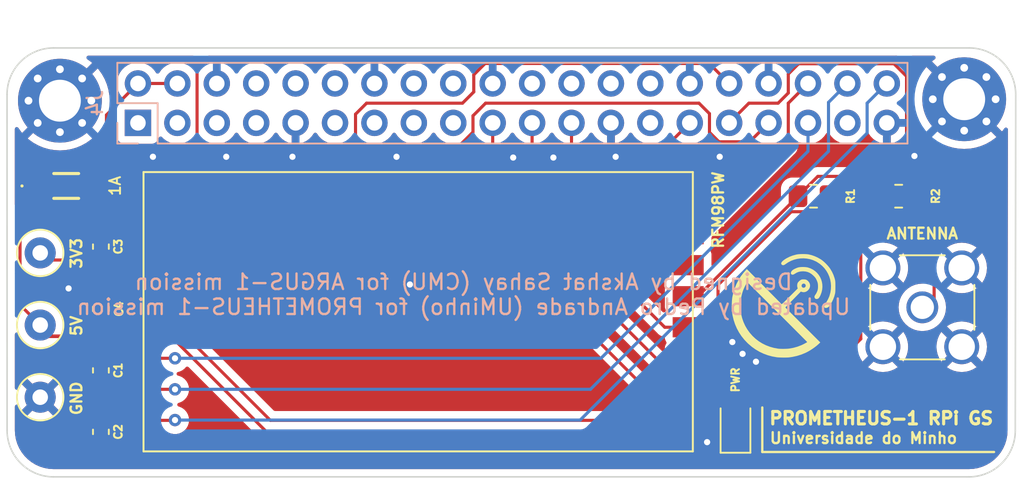
<source format=kicad_pcb>
(kicad_pcb (version 20221018) (generator pcbnew)
  (title_block (title "PROMETHEUS-1 Ground Station") (rev "v2.1"))
  (layers (0 "F.Cu" signal) (31 "B.Cu" signal) (34 "B.Paste" user) (35 "F.Paste" user) (36 "B.SilkS" user "B.Silkscreen") (37 "F.SilkS" user "F.Silkscreen") (38 "B.Mask" user) (39 "F.Mask" user) (44 "Edge.Cuts" user))
  (net 0 "")
  (net 1 "/5V")
  (net 2 "GND")
  (net 3 "+3V3")
  (net 4 "Net-(D1-A)")
  (net 5 "Net-(ERBRG3R00V1-Pad2)")
  (net 19 "/RF_MOSI")
  (net 20 "/RF_MISO")
  (net 22 "/RF_SCK")
  (net 27 "/RF_RESET")
  (net 28 "/RF_CS")
  (net 29 "/RF_DIO3")
  (net 30 "/RF_DIO4")
  (net 31 "/RF_DIO0")
  (net 32 "/RF_DIO5")
  (net 34 "/RF_DIO1")
  (net 35 "/RF_DIO2")
  (net 36 "/RF_ANT")
  (footprint "Capacitor_SMD:C_0603_1608Metric_Pad1.08x0.95mm_HandSolder" (layer "F.Cu") (at 120.2436 100.0749 90)
    (fp_text reference "C1" (at -0.0011 1.1176 90) (layer "F.SilkS") (effects (font (size 0.5 0.5) (thickness 0.125))))
    (fp_text value "10uF")
    (fp_line (start -0.146267 -0.51) (end 0.146267 -0.51) (stroke (width 0.12)) (layer "F.SilkS"))
    (fp_line (start -0.146267 0.51) (end 0.146267 0.51) (stroke (width 0.12)) (layer "F.SilkS"))
    (pad "1" smd roundrect (at -0.8625 0 90) (size 1.075 0.95) (layers "F.Cu" "F.Paste" "F.Mask") (net 1 "/5V"))
    (pad "2" smd roundrect (at 0.8625 0 90) (size 1.075 0.95) (layers "F.Cu" "F.Paste" "F.Mask") (net 2 "GND"))
  )
  (footprint ".MyLib:ERBRG4R00V" (layer "F.Cu") (at 118.0084 88.1888)
    (fp_text reference "1A" (at 3.1496 0 90) (layer "F.SilkS") (effects (font (size 0.7 0.7) (thickness 0.125))))
    (fp_text value "1A" hide)
    (fp_line (start -2.9 0) (end -2.9 0) (stroke (width 0.1)) (layer "F.SilkS"))
    (fp_line (start -2.8 0) (end -2.8 0) (stroke (width 0.1)) (layer "F.SilkS"))
    (fp_line (start -0.8 -0.8) (end 0.8 -0.8) (stroke (width 0.2)) (layer "F.SilkS"))
    (fp_line (start -0.8 0.8) (end 0.8 0.8) (stroke (width 0.2)) (layer "F.SilkS"))
    (fp_arc (start -2.9 0) (mid -2.85 -0.05) (end -2.8 0) (stroke (width 0.1)) (layer "F.SilkS"))
    (fp_arc (start -2.8 0) (mid -2.85 0.05) (end -2.9 0) (stroke (width 0.1)) (layer "F.SilkS"))
    (pad "1" smd rect (at -1.725 0) (size 1.25 1.5) (layers "F.Cu" "F.Paste" "F.Mask") (net 1 "/5V"))
    (pad "2" smd rect (at 1.725 0) (size 1.25 1.5) (layers "F.Cu" "F.Paste" "F.Mask") (net 5 "Net-(ERBRG3R00V1-Pad2)"))
  )
  (footprint "Connector_Coaxial:SMA_Amphenol_901-144_Vertical" (layer "F.Cu") (at 173.1772 96.012)
    (fp_text reference "ANTENNA" (at 0 -4.75) (layer "F.SilkS") (effects (font (size 0.7 0.7))))
    (fp_text value "Coax SMA")
    (fp_line (start -3.355 -1.45) (end -3.355 1.45) (stroke (width 0.12)) (layer "F.SilkS"))
    (fp_line (start -1.45 -3.355) (end 1.45 -3.355) (stroke (width 0.12)) (layer "F.SilkS"))
    (fp_line (start -1.45 3.355) (end 1.45 3.355) (stroke (width 0.12)) (layer "F.SilkS"))
    (fp_line (start 3.355 -1.45) (end 3.355 1.45) (stroke (width 0.12)) (layer "F.SilkS"))
    (pad "1" thru_hole circle (at 0 0) (size 2.05 2.05) (drill 1.5) (layers "*.Cu" "*.Mask") (net 36 "/RF_ANT"))
    (pad "2" thru_hole circle (at -2.54 -2.54) (size 2.25 2.25) (drill 1.7) (layers "*.Cu" "*.Mask") (net 2 "GND"))
    (pad "2" thru_hole circle (at -2.54 2.54) (size 2.25 2.25) (drill 1.7) (layers "*.Cu" "*.Mask") (net 2 "GND"))
    (pad "2" thru_hole circle (at 2.54 -2.54) (size 2.25 2.25) (drill 1.7) (layers "*.Cu" "*.Mask") (net 2 "GND"))
    (pad "2" thru_hole circle (at 2.54 2.54) (size 2.25 2.25) (drill 1.7) (layers "*.Cu" "*.Mask") (net 2 "GND"))
  )
  (footprint "LED_SMD:LED_0805_2012Metric_Pad1.15x1.40mm_HandSolder" (layer "F.Cu") (at 161.1376 103.5214 90)
    (fp_text reference "PWR" (at 2.8358 0 90) (layer "F.SilkS") (effects (font (size 0.5 0.5) (thickness 0.125))))
    (fp_text value "POW" hide)
    (fp_line (start -1.86 -0.96) (end -1.86 0.96) (stroke (width 0.12)) (layer "F.SilkS"))
    (fp_line (start -1.86 0.96) (end 1 0.96) (stroke (width 0.12)) (layer "F.SilkS"))
    (fp_line (start 1 -0.96) (end -1.86 -0.96) (stroke (width 0.12)) (layer "F.SilkS"))
    (pad "1" smd roundrect (at -1.025 0 90) (size 1.15 1.4) (layers "F.Cu" "F.Paste" "F.Mask") (roundrect_rratio 0.217391) (net 2 "GND"))
    (pad "2" smd roundrect (at 1.025 0 90) (size 1.15 1.4) (layers "F.Cu" "F.Paste" "F.Mask") (roundrect_rratio 0.217391) (net 4 "Net-(D1-A)"))
  )
  (footprint "TestPoint:TestPoint_Loop_D2.50mm_Drill1.0mm" (layer "F.Cu") (at 116.332 92.5032)
    (fp_text reference "3V3" (at 2.3368 0.0272 90) (layer "F.SilkS") (effects (font (size 0.7 0.7))))
    (fp_text value "3.3V")
    (fp_circle (center 0 0) (end 1.5 0) (stroke (width 0.12)) (fill none) (layer "F.SilkS"))
    (pad "1" thru_hole circle (at 0 0) (size 2 2) (drill 1) (layers "*.Cu" "*.Mask") (net 3 "+3V3"))
  )
  (footprint "Capacitor_SMD:C_0603_1608Metric_Pad1.08x0.95mm_HandSolder" (layer "F.Cu") (at 120.2436 96.1136 -90)
    (fp_text reference "C4" (at 0.0011 -1.1684 90) (layer "F.SilkS") (effects (font (size 0.5 0.5) (thickness 0.125))))
    (fp_text value "0.1uF")
    (fp_line (start -0.146267 -0.51) (end 0.146267 -0.51) (stroke (width 0.12)) (layer "F.SilkS"))
    (fp_line (start -0.146267 0.51) (end 0.146267 0.51) (stroke (width 0.12)) (layer "F.SilkS"))
    (pad "1" smd roundrect (at -0.8625 0 270) (size 1.075 0.95) (layers "F.Cu" "F.Paste" "F.Mask") (net 3 "+3V3"))
    (pad "2" smd roundrect (at 0.8625 0 270) (size 1.075 0.95) (layers "F.Cu" "F.Paste" "F.Mask") (net 2 "GND"))
  )
  (footprint "Capacitor_SMD:C_0603_1608Metric_Pad1.08x0.95mm_HandSolder" (layer "F.Cu") (at 120.2436 92.0993 90)
    (fp_text reference "C3" (at 0 1.1176 90) (layer "F.SilkS") (effects (font (size 0.5 0.5) (thickness 0.125))))
    (fp_text value "10uF")
    (fp_line (start -0.146267 -0.51) (end 0.146267 -0.51) (stroke (width 0.12)) (layer "F.SilkS"))
    (fp_line (start -0.146267 0.51) (end 0.146267 0.51) (stroke (width 0.12)) (layer "F.SilkS"))
    (pad "1" smd roundrect (at -0.8625 0 90) (size 1.075 0.95) (layers "F.Cu" "F.Paste" "F.Mask") (net 3 "+3V3"))
    (pad "2" smd roundrect (at 0.8625 0 90) (size 1.075 0.95) (layers "F.Cu" "F.Paste" "F.Mask") (net 2 "GND"))
  )
  (footprint "MountingHole:MountingHole_2.7mm_M2.5_Pad_Via" (layer "F.Cu") (at 175.8766 82.6008)
    (fp_text reference "H2" hide)
    (fp_text value "M")
    (pad "1" thru_hole circle (at -2.025 0) (size 0.8 0.8) (drill 0.5) (layers "*.Cu" "*.Mask") (net 2 "GND"))
    (pad "1" thru_hole circle (at -1.431891 -1.431891) (size 0.8 0.8) (drill 0.5) (layers "*.Cu" "*.Mask") (net 2 "GND"))
    (pad "1" thru_hole circle (at -1.431891 1.431891) (size 0.8 0.8) (drill 0.5) (layers "*.Cu" "*.Mask") (net 2 "GND"))
    (pad "1" thru_hole circle (at 0 -2.025) (size 0.8 0.8) (drill 0.5) (layers "*.Cu" "*.Mask") (net 2 "GND"))
    (pad "1" thru_hole circle (at 0 0) (size 5.4 5.4) (drill 2.7) (layers "*.Cu" "*.Mask") (net 2 "GND"))
    (pad "1" thru_hole circle (at 0 2.025) (size 0.8 0.8) (drill 0.5) (layers "*.Cu" "*.Mask") (net 2 "GND"))
    (pad "1" thru_hole circle (at 1.431891 -1.431891) (size 0.8 0.8) (drill 0.5) (layers "*.Cu" "*.Mask") (net 2 "GND"))
    (pad "1" thru_hole circle (at 1.431891 1.431891) (size 0.8 0.8) (drill 0.5) (layers "*.Cu" "*.Mask") (net 2 "GND"))
    (pad "1" thru_hole circle (at 2.025 0) (size 0.8 0.8) (drill 0.5) (layers "*.Cu" "*.Mask") (net 2 "GND"))
  )
  (footprint "MountingHole:MountingHole_2.7mm_M2.5_Pad_Via" (layer "F.Cu") (at 117.602 82.6954)
    (fp_text reference "H1" hide)
    (fp_text value "M")
    (pad "1" thru_hole circle (at -2.025 0) (size 0.8 0.8) (drill 0.5) (layers "*.Cu" "*.Mask") (net 2 "GND"))
    (pad "1" thru_hole circle (at -1.431891 -1.431891) (size 0.8 0.8) (drill 0.5) (layers "*.Cu" "*.Mask") (net 2 "GND"))
    (pad "1" thru_hole circle (at -1.431891 1.431891) (size 0.8 0.8) (drill 0.5) (layers "*.Cu" "*.Mask") (net 2 "GND"))
    (pad "1" thru_hole circle (at 0 -2.025) (size 0.8 0.8) (drill 0.5) (layers "*.Cu" "*.Mask") (net 2 "GND"))
    (pad "1" thru_hole circle (at 0 0) (size 5.4 5.4) (drill 2.7) (layers "*.Cu" "*.Mask") (net 2 "GND"))
    (pad "1" thru_hole circle (at 0 2.025) (size 0.8 0.8) (drill 0.5) (layers "*.Cu" "*.Mask") (net 2 "GND"))
    (pad "1" thru_hole circle (at 1.431891 -1.431891) (size 0.8 0.8) (drill 0.5) (layers "*.Cu" "*.Mask") (net 2 "GND"))
    (pad "1" thru_hole circle (at 1.431891 1.431891) (size 0.8 0.8) (drill 0.5) (layers "*.Cu" "*.Mask") (net 2 "GND"))
    (pad "1" thru_hole circle (at 2.025 0) (size 0.8 0.8) (drill 0.5) (layers "*.Cu" "*.Mask") (net 2 "GND"))
  )
  (footprint "Resistor_SMD:R_0805_2012Metric_Pad1.20x1.40mm_HandSolder" (layer "F.Cu") (at 171.6532 88.8492)
    (fp_text reference "R2" (at 2.3876 0 90) (layer "F.SilkS") (effects (font (size 0.5 0.5) (thickness 0.125))))
    (fp_text value "200")
    (fp_line (start -0.227064 -0.735) (end 0.227064 -0.735) (stroke (width 0.12)) (layer "F.SilkS"))
    (fp_line (start -0.227064 0.735) (end 0.227064 0.735) (stroke (width 0.12)) (layer "F.SilkS"))
    (pad "1" smd roundrect (at -1 0) (size 1.2 1.4) (layers "F.Cu" "F.Paste" "F.Mask") (roundrect_rratio 0.208333) (net 4 "Net-(D1-A)"))
    (pad "2" smd roundrect (at 1 0) (size 1.2 1.4) (layers "F.Cu" "F.Paste" "F.Mask") (roundrect_rratio 0.208333) (net 1 "/5V"))
  )
  (footprint "TestPoint:TestPoint_Loop_D2.50mm_Drill1.0mm" (layer "F.Cu") (at 116.332 101.8032)
    (fp_text reference "GND" (at 2.3368 0.0744 90) (layer "F.SilkS") (effects (font (size 0.7 0.7))))
    (fp_text value "GND")
    (fp_circle (center 0 0) (end 1.5 0) (stroke (width 0.12)) (fill none) (layer "F.SilkS"))
    (pad "1" thru_hole circle (at 0 0) (size 2 2) (drill 1) (layers "*.Cu" "*.Mask") (net 2 "GND"))
  )
  (footprint "Resistor_SMD:R_0805_2012Metric_Pad1.20x1.40mm_HandSolder" (layer "F.Cu") (at 166.1668 88.8492)
    (fp_text reference "R1" (at 2.3876 0 90) (layer "F.SilkS") (effects (font (size 0.5 0.5) (thickness 0.125))))
    (fp_text value "10K")
    (fp_line (start -0.227064 -0.735) (end 0.227064 -0.735) (stroke (width 0.12)) (layer "F.SilkS"))
    (fp_line (start -0.227064 0.735) (end 0.227064 0.735) (stroke (width 0.12)) (layer "F.SilkS"))
    (pad "1" smd roundrect (at -1 0) (size 1.2 1.4) (layers "F.Cu" "F.Paste" "F.Mask") (roundrect_rratio 0.208333) (net 28 "/RF_CS"))
    (pad "2" smd roundrect (at 1 0) (size 1.2 1.4) (layers "F.Cu" "F.Paste" "F.Mask") (roundrect_rratio 0.208333) (net 3 "+3V3"))
  )
  (footprint "LOGO" (layer "F.Cu") (at 164.2364 95.9104)
    (fp_text reference "G***" hide)
    (fp_text value "LOGO" hide)
    (fp_poly (pts (xy 1.344498 -2.496343) (xy 1.445478 -2.488285) (xy 1.532761 -2.475019) (xy 1.565485 -2.467376) (xy 1.73642 -2.408782) (xy 1.892374 -2.330214) (xy 2.032539 -2.233603) (xy 2.156106 -2.120881) (xy 2.262266 -1.993981) (xy 2.350212 -1.854834) (xy 2.419134 -1.705372) (xy 2.468225 -1.547529) (xy 2.496674 -1.383234) (xy 2.503674 -1.214422) (xy 2.488417 -1.043024) (xy 2.450093 -0.870971) (xy 2.387894 -0.700197) (xy 2.34356 -0.608172) (xy 2.312759 -0.555239) (xy 2.280482 -0.509011) (xy 2.252214 -0.477178) (xy 2.24704 -0.472842) (xy 2.19628 -0.44627) (xy 2.13869 -0.434745) (xy 2.084296 -0.439522) (xy 2.059676 -0.449381) (xy 2.031543 -0.474007) (xy 2.006251 -0.509796) (xy 2.002729 -0.516701) (xy 1.988922 -0.570775) (xy 1.998629 -0.627557) (xy 2.032402 -0.689334) (xy 2.049906 -0.712431) (xy 2.087713 -0.768054) (xy 2.126677 -0.840099) (xy 2.162464 -0.919481) (xy 2.19074 -0.997113) (xy 2.198568 -1.024089) (xy 2.211497 -1.095349) (xy 2.218403 -1.182837) (xy 2.21927 -1.277394) (xy 2.214084 -1.369857) (xy 2.20283 -1.451066) (xy 2.199276 -1.467643) (xy 2.183671 -1.520486) (xy 2.159688 -1.58566) (xy 2.131377 -1.652553) (xy 2.117077 -1.682897) (xy 2.087751 -1.739698) (xy 2.059449 -1.786216) (xy 2.026961 -1.82941) (xy 1.985077 -1.876241) (xy 1.931507 -1.930766) (xy 1.813511 -2.03512) (xy 1.69306 -2.114795) (xy 1.566871 -2.171188) (xy 1.431661 -2.205699) (xy 1.284147 -2.219726) (xy 1.252197 -2.220199) (xy 1.109958 -2.212214) (xy 0.981778 -2.186199) (xy 0.861135 -2.140156) (xy 0.741505 -2.072087) (xy 0.719019 -2.056958) (xy 0.647614 -2.01665) (xy 0.585834 -2.000587) (xy 0.533663 -2.008769) (xy 0.491088 -2.041194) (xy 0.486367 -2.047047) (xy 0.469557 -2.089022) (xy 0.472584 -2.140196) (xy 0.493461 -2.195469) (xy 0.5302 -2.249741) (xy 0.580813 -2.297915) (xy 0.585577 -2.301482) (xy 0.652777 -2.344474) (xy 0.735976 -2.388271) (xy 0.825609 -2.428452) (xy 0.912113 -2.460598) (xy 0.960263 -2.474626) (xy 1.037704 -2.488335) (xy 1.132778 -2.496462) (xy 1.237654 -2.4991)) (fill solid) (layer "F.SilkS"))
    (fp_poly (pts (xy 1.374164 -3.330831) (xy 1.479229 -3.325302) (xy 1.570222 -3.316487) (xy 1.617668 -3.309181) (xy 1.811684 -3.261852) (xy 2.008802 -3.192634) (xy 2.202925 -3.104058) (xy 2.387959 -2.998651) (xy 2.427053 -2.973315) (xy 2.518662 -2.905778) (xy 2.617841 -2.820961) (xy 2.719268 -2.724268) (xy 2.817624 -2.621103) (xy 2.907587 -2.516869) (xy 2.983836 -2.416972) (xy 3.004388 -2.386929) (xy 3.122042 -2.189421) (xy 3.216053 -1.986681) (xy 3.288869 -1.773099) (xy 3.314311 -1.676374) (xy 3.322255 -1.640187) (xy 3.328378 -1.602918) (xy 3.332904 -1.560569) (xy 3.336062 -1.509143) (xy 3.338077 -1.44464) (xy 3.339177 -1.363064) (xy 3.339588 -1.260416) (xy 3.33961 -1.230412) (xy 3.339161 -1.109976) (xy 3.337645 -1.01234) (xy 3.334913 -0.93423) (xy 3.33082 -0.87237) (xy 3.325216 -0.823486) (xy 3.319937 -0.79338) (xy 3.270837 -0.608179) (xy 3.20113 -0.421203) (xy 3.11436 -0.240554) (xy 3.01407 -0.074329) (xy 2.990399 -0.040297) (xy 2.948427 0.016679) (xy 2.915385 0.056348) (xy 2.886427 0.08356) (xy 2.856707 0.103169) (xy 2.837442 0.112862) (xy 2.764157 0.137852) (xy 2.701271 0.139452) (xy 2.665515 0.127995) (xy 2.640072 0.10621) (xy 2.621254 0.076019) (xy 2.612893 0.035558) (xy 2.620618 -0.010738) (xy 2.645626 -0.066153) (xy 2.689111 -0.133969) (xy 2.706502 -0.157985) (xy 2.768616 -0.250568) (xy 2.831137 -0.359011) (xy 2.889054 -0.473651) (xy 2.937352 -0.584828) (xy 2.959653 -0.645922) (xy 3.017049 -0.85754) (xy 3.049456 -1.069515) (xy 3.057575 -1.280074) (xy 3.042106 -1.487445) (xy 3.00375 -1.689857) (xy 2.943207 -1.885537) (xy 2.861179 -2.072714) (xy 2.758365 -2.249614) (xy 2.635467 -2.414467) (xy 2.493186 -2.5655) (xy 2.332221 -2.700941) (xy 2.153274 -2.819018) (xy 2.085644 -2.856378) (xy 1.89683 -2.94121) (xy 1.699364 -3.00275) (xy 1.49591 -3.041213) (xy 1.289129 -3.056816) (xy 1.081684 -3.049776) (xy 0.876237 -3.020309) (xy 0.675452 -2.968633) (xy 0.481989 -2.894963) (xy 0.298513 -2.799517) (xy 0.148862 -2.698767) (xy 0.076234 -2.649239) (xy 0.015685 -2.620646) (xy -0.035748 -2.612608) (xy -0.08103 -2.624743) (xy -0.123126 -2.656669) (xy -0.129205 -2.662986) (xy -0.152707 -2.70499) (xy -0.15152 -2.753325) (xy -0.126115 -2.807413) (xy -0.076964 -2.866674) (xy -0.004536 -2.930529) (xy 0.090697 -2.998401) (xy 0.195907 -3.062665) (xy 0.385397 -3.158898) (xy 0.58541 -3.23558) (xy 0.800373 -3.294328) (xy 0.870823 -3.309168) (xy 0.946362 -3.320074) (xy 1.041125 -3.327693) (xy 1.148452 -3.332026) (xy 1.261685 -3.333072)) (fill solid) (layer "F.SilkS"))
    (fp_poly (pts (xy -1.793611 -1.785953) (xy -1.670054 -1.661306) (xy -1.534083 -1.524164) (xy -1.389991 -1.378857) (xy -1.242073 -1.229713) (xy -1.094621 -1.081061) (xy -0.95193 -0.937231) (xy -0.818294 -0.80255) (xy -0.698005 -0.681349) (xy -0.679405 -0.662611) (xy -0.581196 -0.563574) (xy -0.488384 -0.469783) (xy -0.402619 -0.382919) (xy -0.325552 -0.304661) (xy -0.258831 -0.236691) (xy -0.204107 -0.180688) (xy -0.163029 -0.138333) (xy -0.137247 -0.111305) (xy -0.128513 -0.101522) (xy -0.118957 -0.104577) (xy -0.095306 -0.12266) (xy -0.057006 -0.156297) (xy -0.003501 -0.206014) (xy 0.065763 -0.272338) (xy 0.151342 -0.355794) (xy 0.25379 -0.456909) (xy 0.373664 -0.576209) (xy 0.397837 -0.600357) (xy 0.913666 -1.115916) (xy 0.892427 -1.178248) (xy 0.878535 -1.245721) (xy 0.877359 -1.289521) (xy 1.161068 -1.289521) (xy 1.172133 -1.235772) (xy 1.201635 -1.194719) (xy 1.244037 -1.168769) (xy 1.293798 -1.160327) (xy 1.34538 -1.171801) (xy 1.380885 -1.194036) (xy 1.417992 -1.239398) (xy 1.429924 -1.291501) (xy 1.417227 -1.348014) (xy 1.386534 -1.39433) (xy 1.345122 -1.421239) (xy 1.298268 -1.429945) (xy 1.25125 -1.421653) (xy 1.209344 -1.397568) (xy 1.177829 -1.358896) (xy 1.16198 -1.30684) (xy 1.161068 -1.289521) (xy 0.877359 -1.289521) (xy 0.87645 -1.323385) (xy 0.885609 -1.400042) (xy 0.905452 -1.464491) (xy 0.906931 -1.467643) (xy 0.940245 -1.519126) (xy 0.989624 -1.574108) (xy 1.047406 -1.625229) (xy 1.105933 -1.665126) (xy 1.120331 -1.672753) (xy 1.156835 -1.688131) (xy 1.194944 -1.697214) (xy 1.243241 -1.701426) (xy 1.298048 -1.702242) (xy 1.38107 -1.697839) (xy 1.447513 -1.682627) (xy 1.505731 -1.653068) (xy 1.564073 -1.605619) (xy 1.59278 -1.577296) (xy 1.655342 -1.496074) (xy 1.69426 -1.407398) (xy 1.709701 -1.314474) (xy 1.701836 -1.22051) (xy 1.670832 -1.128714) (xy 1.616859 -1.042293) (xy 1.561491 -0.98301) (xy 1.478115 -0.922269) (xy 1.388332 -0.885297) (xy 1.294984 -0.872751) (xy 1.200913 -0.885286) (xy 1.174114 -0.893632) (xy 1.140102 -0.905365) (xy 1.118394 -0.91235) (xy 1.11489 -0.9132) (xy 1.10534 -0.904139) (xy 1.079244 -0.878084) (xy 1.038267 -0.836728) (xy 0.984073 -0.781762) (xy 0.918327 -0.714879) (xy 0.842692 -0.63777) (xy 0.758833 -0.552128) (xy 0.668413 -0.459646) (xy 0.612778 -0.402676) (xy 0.114428 0.107849) (xy 1.241112 1.235481) (xy 2.367796 2.363112) (xy 2.263431 2.461892) (xy 2.13738 2.572559) (xy 1.992863 2.68468) (xy 1.83678 2.793598) (xy 1.676031 2.894657) (xy 1.517514 2.983202) (xy 1.418563 3.032016) (xy 1.147573 3.143703) (xy 0.867147 3.23148) (xy 0.576373 3.295604) (xy 0.365622 3.326619) (xy 0.301129 3.331952) (xy 0.216485 3.335572) (xy 0.117571 3.337535) (xy 0.010269 3.337897) (xy -0.099541 3.336714) (xy -0.205979 3.334042) (xy -0.303163 3.329937) (xy -0.385213 3.324455) (xy -0.437032 3.318977) (xy -0.730969 3.266411) (xy -1.015195 3.189678) (xy -1.289191 3.08903) (xy -1.552439 2.964719) (xy -1.804419 2.816996) (xy -2.044613 2.646114) (xy -2.272502 2.452325) (xy -2.325347 2.402396) (xy -2.529564 2.187778) (xy -2.712219 1.958725) (xy -2.872866 1.71613) (xy -3.01106 1.460885) (xy -3.126354 1.193882) (xy -3.218302 0.916015) (xy -3.286457 0.628174) (xy -3.3211 0.410944) (xy -3.330848 0.30815) (xy -3.336792 0.187094) (xy -3.339064 0.054156) (xy -3.338212 -0.038919) (xy -2.778258 -0.038919) (xy -2.775376 0.131284) (xy -2.764721 0.298586) (xy -2.746546 0.454198) (xy -2.734062 0.528351) (xy -2.67104 0.792168) (xy -2.584429 1.044864) (xy -2.474355 1.286197) (xy -2.340946 1.515922) (xy -2.184328 1.733797) (xy -2.004627 1.939578) (xy -1.991824 1.952867) (xy -1.80172 2.130397) (xy -1.594915 2.28857) (xy -1.373061 2.426574) (xy -1.137809 2.543599) (xy -0.89081 2.638832) (xy -0.633715 2.711464) (xy -0.368176 2.760683) (xy -0.339189 2.764548) (xy -0.268101 2.770962) (xy -0.177758 2.775046) (xy -0.074883 2.776856) (xy 0.033795 2.776448) (xy 0.141553 2.773878) (xy 0.241663 2.769202) (xy 0.3274 2.762477) (xy 0.360095 2.758719) (xy 0.626985 2.711156) (xy 0.88595 2.639752) (xy 1.134433 2.545253) (xy 1.210275 2.510751) (xy 1.275343 2.478938) (xy 1.343466 2.443966) (xy 1.408845 2.408976) (xy 1.465683 2.37711) (xy 1.508183 2.35151) (xy 1.524126 2.340661) (xy 1.515461 2.331268) (xy 1.489189 2.304289) (xy 1.446162 2.260577) (xy 1.38723 2.200989) (xy 1.313245 2.126377) (xy 1.225059 2.037597) (xy 1.123522 1.935503) (xy 1.009485 1.82095) (xy 0.8838 1.694791) (xy 0.747319 1.557882) (xy 0.600891 1.411077) (xy 0.445369 1.25523) (xy 0.281604 1.091197) (xy 0.110447 0.91983) (xy -0.067251 0.741986) (xy -0.250638 0.558518) (xy -0.404571 0.404571) (xy -0.592022 0.217166) (xy -0.774548 0.034753) (xy -0.951296 -0.141818) (xy -1.121411 -0.311695) (xy -1.284038 -0.474028) (xy -1.438322 -0.627965) (xy -1.58341 -0.772654) (xy -1.718447 -0.907245) (xy -1.842577 -1.030887) (xy -1.954948 -1.142727) (xy -2.054704 -1.241916) (xy -2.14099 -1.327602) (xy -2.212953 -1.398933) (xy -2.269737 -1.455059) (xy -2.310489 -1.495128) (xy -2.334353 -1.518289) (xy -2.34072 -1.524068) (xy -2.368742 -1.48116) (xy -2.403975 -1.419383) (xy -2.443811 -1.344042) (xy -2.485643 -1.260444) (xy -2.526864 -1.173892) (xy -2.564867 -1.089692) (xy -2.597046 -1.013149) (xy -2.615278 -0.965383) (xy -2.652107 -0.851531) (xy -2.68753 -0.721317) (xy -2.719256 -0.584458) (xy -2.744996 -0.450669) (xy -2.759674 -0.352874) (xy -2.773109 -0.203234) (xy -2.778258 -0.038919) (xy -3.338212 -0.038919) (xy -3.337796 -0.084286) (xy -3.333119 -0.221852) (xy -3.325166 -0.352162) (xy -3.314068 -0.468837) (xy -3.301079 -0.559291) (xy -3.23719 -0.847705) (xy -3.149988 -1.127326) (xy -3.040295 -1.396483) (xy -2.908931 -1.653505) (xy -2.756719 -1.896724) (xy -2.584481 -2.124467) (xy -2.463495 -2.261998) (xy -2.367447 -2.36493)) (fill solid) (layer "F.SilkS"))
  )
  (footprint ".MyLib:RFM95PW" (layer "F.Cu") (at 140.6896 96.7952 180)
    (fp_text reference "U1" hide)
    (fp_text value "RFM98PW" (at -18.924 4.4916 90) (layer "F.SilkS") (effects (font (size 0.7 0.7)) (justify left top)))
    (fp_line (start -17.7 -8.5) (end 17.7 -8.5) (stroke (width 0.127)) (layer "F.SilkS"))
    (fp_line (start -17.7 9.5) (end -17.7 -8.5) (stroke (width 0.127)) (layer "F.SilkS"))
    (fp_line (start -17.7 9.5) (end 17.7 9.5) (stroke (width 0.127)) (layer "F.SilkS"))
    (fp_line (start 17.7 9.5) (end 17.7 -8.5) (stroke (width 0.127)) (layer "F.SilkS"))
    (pad "1" smd rect (at 17.6 7.5 180) (size 2 1.3) (layers "F.Cu" "F.Paste" "F.Mask") (net 36 "/RF_ANT"))
    (pad "2" smd rect (at 17.6 5.5 180) (size 2 1.3) (layers "F.Cu" "F.Paste" "F.Mask") (net 2 "GND"))
    (pad "3" smd rect (at 17.6 3.5 180) (size 2 1.3) (layers "F.Cu" "F.Paste" "F.Mask") (net 29 "/RF_DIO3"))
    (pad "4" smd rect (at 17.6 1.5 180) (size 2 1.3) (layers "F.Cu" "F.Paste" "F.Mask") (net 30 "/RF_DIO4"))
    (pad "5" smd rect (at 17.6 -0.5 180) (size 2 1.3) (layers "F.Cu" "F.Paste" "F.Mask") (net 1 "/5V"))
    (pad "6" smd rect (at 17.6 -2.5 180) (size 2 1.3) (layers "F.Cu" "F.Paste" "F.Mask") (net 31 "/RF_DIO0"))
    (pad "7" smd rect (at 17.6 -4.5 180) (size 2 1.3) (layers "F.Cu" "F.Paste" "F.Mask") (net 34 "/RF_DIO1"))
    (pad "8" smd rect (at 17.6 -6.5 180) (size 2 1.3) (layers "F.Cu" "F.Paste" "F.Mask") (net 35 "/RF_DIO2"))
    (pad "9" smd rect (at -17.4 -6.5 180) (size 2 1.3) (layers "F.Cu" "F.Paste" "F.Mask") (net 3 "+3V3"))
    (pad "10" smd rect (at -17.4 -4.5 180) (size 2 1.3) (layers "F.Cu" "F.Paste" "F.Mask") (net 20 "/RF_MISO"))
    (pad "11" smd rect (at -17.4 -2.5 180) (size 2 1.3) (layers "F.Cu" "F.Paste" "F.Mask") (net 19 "/RF_MOSI"))
    (pad "12" smd rect (at -17.4 -0.5 180) (size 2 1.3) (layers "F.Cu" "F.Paste" "F.Mask") (net 22 "/RF_SCK"))
    (pad "13" smd rect (at -17.4 1.5 180) (size 2 1.3) (layers "F.Cu" "F.Paste" "F.Mask") (net 28 "/RF_CS"))
    (pad "14" smd rect (at -17.4 3.5 180) (size 2 1.3) (layers "F.Cu" "F.Paste" "F.Mask") (net 27 "/RF_RESET"))
    (pad "15" smd rect (at -17.4 5.5 180) (size 2 1.3) (layers "F.Cu" "F.Paste" "F.Mask") (net 32 "/RF_DIO5"))
    (pad "16" smd rect (at -17.4 7.5 180) (size 2 1.3) (layers "F.Cu" "F.Paste" "F.Mask") (net 2 "GND"))
    (pad "17" smd rect (at 6.0325 2.25 180) (size 5.699999 4.800001) (layers "F.Cu" "F.Mask") (net 2 "GND"))
  )
  (footprint "TestPoint:TestPoint_Loop_D2.50mm_Drill1.0mm" (layer "F.Cu") (at 116.332 97.1532)
    (fp_text reference "5V" (at 2.3368 0.0508 90) (layer "F.SilkS") (effects (font (size 0.7 0.7))))
    (fp_text value "5V")
    (fp_circle (center 0 0) (end 1.5 0) (stroke (width 0.12)) (fill none) (layer "F.SilkS"))
    (pad "1" thru_hole circle (at 0 0) (size 2 2) (drill 1) (layers "*.Cu" "*.Mask") (net 1 "/5V"))
  )
  (footprint "Capacitor_SMD:C_0603_1608Metric_Pad1.08x0.95mm_HandSolder" (layer "F.Cu") (at 120.2436 104.0373 -90)
    (fp_text reference "C2" (at 0 -1.1176 90) (layer "F.SilkS") (effects (font (size 0.5 0.5) (thickness 0.125))))
    (fp_text value "0.1uF")
    (fp_line (start -0.146267 -0.51) (end 0.146267 -0.51) (stroke (width 0.12)) (layer "F.SilkS"))
    (fp_line (start -0.146267 0.51) (end 0.146267 0.51) (stroke (width 0.12)) (layer "F.SilkS"))
    (pad "1" smd roundrect (at -0.8625 0 270) (size 1.075 0.95) (layers "F.Cu" "F.Paste" "F.Mask") (net 1 "/5V"))
    (pad "2" smd roundrect (at 0.8625 0 270) (size 1.075 0.95) (layers "F.Cu" "F.Paste" "F.Mask") (net 2 "GND"))
  )
  (footprint "Connector_PinSocket_2.54mm:PinSocket_2x20_P2.54mm_Vertical" (layer "B.Cu") (at 122.6312 84.1248 -90)
    (fp_text reference "J4" (at -1.27 2.77 90) (layer "B.SilkS") (effects (justify mirror)))
    (fp_text value "Raspberry_Pi_2_3")
    (fp_line (start -3.87 -49.59) (end 1.33 -49.59) (stroke (width 0.12)) (layer "B.SilkS"))
    (fp_line (start -3.87 1.33) (end -3.87 -49.59) (stroke (width 0.12)) (layer "B.SilkS"))
    (fp_line (start -3.87 1.33) (end -1.27 1.33) (stroke (width 0.12)) (layer "B.SilkS"))
    (fp_line (start -1.27 -1.27) (end 1.33 -1.27) (stroke (width 0.12)) (layer "B.SilkS"))
    (fp_line (start -1.27 1.33) (end -1.27 -1.27) (stroke (width 0.12)) (layer "B.SilkS"))
    (fp_line (start 0 1.33) (end 1.33 1.33) (stroke (width 0.12)) (layer "B.SilkS"))
    (fp_line (start 1.33 -1.27) (end 1.33 -49.59) (stroke (width 0.12)) (layer "B.SilkS"))
    (fp_line (start 1.33 1.33) (end 1.33 0) (stroke (width 0.12)) (layer "B.SilkS"))
    (pad "1" thru_hole rect (at 0 0 270) (size 1.7 1.7) (drill 1) (layers "*.Cu" "*.Mask"))
    (pad "2" thru_hole oval (at -2.54 0 270) (size 1.7 1.7) (drill 1) (layers "*.Cu" "*.Mask") (net 5 "Net-(ERBRG3R00V1-Pad2)"))
    (pad "3" thru_hole oval (at 0 -2.54 270) (size 1.7 1.7) (drill 1) (layers "*.Cu" "*.Mask"))
    (pad "4" thru_hole oval (at -2.54 -2.54 270) (size 1.7 1.7) (drill 1) (layers "*.Cu" "*.Mask") (net 5 "Net-(ERBRG3R00V1-Pad2)"))
    (pad "5" thru_hole oval (at 0 -5.08 270) (size 1.7 1.7) (drill 1) (layers "*.Cu" "*.Mask"))
    (pad "6" thru_hole oval (at -2.54 -5.08 270) (size 1.7 1.7) (drill 1) (layers "*.Cu" "*.Mask") (net 2 "GND"))
    (pad "7" thru_hole oval (at 0 -7.62 270) (size 1.7 1.7) (drill 1) (layers "*.Cu" "*.Mask"))
    (pad "8" thru_hole oval (at -2.54 -7.62 270) (size 1.7 1.7) (drill 1) (layers "*.Cu" "*.Mask"))
    (pad "9" thru_hole oval (at 0 -10.16 270) (size 1.7 1.7) (drill 1) (layers "*.Cu" "*.Mask") (net 2 "GND"))
    (pad "10" thru_hole oval (at -2.54 -10.16 270) (size 1.7 1.7) (drill 1) (layers "*.Cu" "*.Mask"))
    (pad "11" thru_hole oval (at 0 -12.7 270) (size 1.7 1.7) (drill 1) (layers "*.Cu" "*.Mask"))
    (pad "12" thru_hole oval (at -2.54 -12.7 270) (size 1.7 1.7) (drill 1) (layers "*.Cu" "*.Mask"))
    (pad "13" thru_hole oval (at 0 -15.24 270) (size 1.7 1.7) (drill 1) (layers "*.Cu" "*.Mask"))
    (pad "14" thru_hole oval (at -2.54 -15.24 270) (size 1.7 1.7) (drill 1) (layers "*.Cu" "*.Mask") (net 2 "GND"))
    (pad "15" thru_hole oval (at 0 -17.78 270) (size 1.7 1.7) (drill 1) (layers "*.Cu" "*.Mask"))
    (pad "16" thru_hole oval (at -2.54 -17.78 270) (size 1.7 1.7) (drill 1) (layers "*.Cu" "*.Mask"))
    (pad "17" thru_hole oval (at 0 -20.32 270) (size 1.7 1.7) (drill 1) (layers "*.Cu" "*.Mask"))
    (pad "18" thru_hole oval (at -2.54 -20.32 270) (size 1.7 1.7) (drill 1) (layers "*.Cu" "*.Mask"))
    (pad "19" thru_hole oval (at 0 -22.86 270) (size 1.7 1.7) (drill 1) (layers "*.Cu" "*.Mask") (net 19 "/RF_MOSI"))
    (pad "20" thru_hole oval (at -2.54 -22.86 270) (size 1.7 1.7) (drill 1) (layers "*.Cu" "*.Mask") (net 2 "GND"))
    (pad "21" thru_hole oval (at 0 -25.4 270) (size 1.7 1.7) (drill 1) (layers "*.Cu" "*.Mask") (net 20 "/RF_MISO"))
    (pad "22" thru_hole oval (at -2.54 -25.4 270) (size 1.7 1.7) (drill 1) (layers "*.Cu" "*.Mask"))
    (pad "23" thru_hole oval (at 0 -27.94 270) (size 1.7 1.7) (drill 1) (layers "*.Cu" "*.Mask") (net 22 "/RF_SCK"))
    (pad "24" thru_hole oval (at -2.54 -27.94 270) (size 1.7 1.7) (drill 1) (layers "*.Cu" "*.Mask"))
    (pad "25" thru_hole oval (at 0 -30.48 270) (size 1.7 1.7) (drill 1) (layers "*.Cu" "*.Mask") (net 2 "GND"))
    (pad "26" thru_hole oval (at -2.54 -30.48 270) (size 1.7 1.7) (drill 1) (layers "*.Cu" "*.Mask"))
    (pad "27" thru_hole oval (at 0 -33.02 270) (size 1.7 1.7) (drill 1) (layers "*.Cu" "*.Mask"))
    (pad "28" thru_hole oval (at -2.54 -33.02 270) (size 1.7 1.7) (drill 1) (layers "*.Cu" "*.Mask"))
    (pad "29" thru_hole oval (at 0 -35.56 270) (size 1.7 1.7) (drill 1) (layers "*.Cu" "*.Mask") (net 27 "/RF_RESET"))
    (pad "30" thru_hole oval (at -2.54 -35.56 270) (size 1.7 1.7) (drill 1) (layers "*.Cu" "*.Mask") (net 2 "GND"))
    (pad "31" thru_hole oval (at 0 -38.1 270) (size 1.7 1.7) (drill 1) (layers "*.Cu" "*.Mask") (net 28 "/RF_CS"))
    (pad "32" thru_hole oval (at -2.54 -38.1 270) (size 1.7 1.7) (drill 1) (layers "*.Cu" "*.Mask") (net 29 "/RF_DIO3"))
    (pad "33" thru_hole oval (at 0 -40.64 270) (size 1.7 1.7) (drill 1) (layers "*.Cu" "*.Mask") (net 30 "/RF_DIO4"))
    (pad "34" thru_hole oval (at -2.54 -40.64 270) (size 1.7 1.7) (drill 1) (layers "*.Cu" "*.Mask") (net 2 "GND"))
    (pad "35" thru_hole oval (at 0 -43.18 270) (size 1.7 1.7) (drill 1) (layers "*.Cu" "*.Mask") (net 31 "/RF_DIO0"))
    (pad "36" thru_hole oval (at -2.54 -43.18 270) (size 1.7 1.7) (drill 1) (layers "*.Cu" "*.Mask") (net 32 "/RF_DIO5"))
    (pad "37" thru_hole oval (at 0 -45.72 270) (size 1.7 1.7) (drill 1) (layers "*.Cu" "*.Mask"))
    (pad "38" thru_hole oval (at -2.54 -45.72 270) (size 1.7 1.7) (drill 1) (layers "*.Cu" "*.Mask") (net 34 "/RF_DIO1"))
    (pad "39" thru_hole oval (at 0 -48.26 270) (size 1.7 1.7) (drill 1) (layers "*.Cu" "*.Mask") (net 2 "GND"))
    (pad "40" thru_hole oval (at -2.54 -48.26 270) (size 1.7 1.7) (drill 1) (layers "*.Cu" "*.Mask") (net 35 "/RF_DIO2"))
  )
  (gr_line (start 177.8 105.3335) (end 162.8648 105.3335) (stroke (width 0.15)) (layer "F.SilkS"))
  (gr_line (start 162.8648 105.3335) (end 162.8648 102.4636) (stroke (width 0.15)) (layer "F.SilkS"))
  (gr_line (start 114.1984 103.9368) (end 114.195448 82.2959) (stroke (width 0.1)) (layer "Edge.Cuts"))
  (gr_line (start 179.171073 103.949045) (end 179.1954 82.296008) (stroke (width 0.1)) (layer "Edge.Cuts"))
  (gr_arc (start 179.171073 103.949045) (mid 178.296 106.061649) (end 176.183416 106.936763) (stroke (width 0.1)) (layer "Edge.Cuts"))
  (gr_arc (start 117.183416 106.936763) (mid 115.071759 106.052845) (end 114.1984 103.9368) (stroke (width 0.1)) (layer "Edge.Cuts"))
  (gr_arc (start 176.195448 79.2959) (mid 178.316834 80.174576) (end 179.1954 82.296008) (stroke (width 0.1)) (layer "Edge.Cuts"))
  (gr_line (start 117.195448 79.2959) (end 176.195448 79.2959) (stroke (width 0.1)) (layer "Edge.Cuts"))
  (gr_line (start 176.183416 106.936763) (end 117.183416 106.936763) (stroke (width 0.1)) (layer "Edge.Cuts"))
  (gr_arc (start 114.195448 82.2959) (mid 115.07416 80.174626) (end 117.195448 79.2959) (stroke (width 0.1)) (layer "Edge.Cuts"))
  (gr_text "Designed by Akshat Sahay (CMU) for ARGUS-1 mission\nUpdated by Pedro Andrade (UMinho) for PROMETHEUS-1 mission\n" (at 143.6116 96.5708) (layer "B.SilkS") (effects (font (size 1 1)) (justify bottom mirror)))
  (gr_text "Universidade do Minho" (at 163.2712 104.8512) (layer "F.SilkS") (effects (font (size 0.7 0.7)) (justify left bottom)))
  (gr_text "PROMETHEUS-1 RPi GS" (at 163.2204 103.632) (layer "F.SilkS") (effects (font (size 0.8 0.8) (thickness 0.2)) (justify left bottom)))
  (segment (start 161.8374 105.4214) (end 169.2122 98.0466) (width 0.2) (layer "F.Cu") (net 1))
  (segment (start 123.0896 97.2952) (end 124.175286 97.2952) (width 0.2) (layer "F.Cu") (net 1))
  (segment (start 116.332 97.1532) (end 117.039107 97.860307) (width 0.2) (layer "F.Cu") (net 1))
  (segment (start 124.175286 97.2952) (end 132.301486 105.4214) (width 0.2) (layer "F.Cu") (net 1))
  (segment (start 115.032 90.1902) (end 115.032 95.8532) (width 0.2) (layer "F.Cu") (net 1))
  (segment (start 115.032 95.8532) (end 116.332 97.1532) (width 0.2) (layer "F.Cu") (net 1))
  (segment (start 118.872 97.8916) (end 116.332 97.8916) (width 0.2) (layer "F.Cu") (net 1))
  (segment (start 117.039107 97.860307) (end 122.524493 97.860307) (width 0.2) (layer "F.Cu") (net 1))
  (segment (start 120.2436 100.9374) (end 119.4686 100.1624) (width 0.2) (layer "F.Cu") (net 1))
  (segment (start 122.524493 97.860307) (end 123.0896 97.2952) (width 0.2) (layer "F.Cu") (net 1))
  (segment (start 116.2834 88.1888) (end 116.2834 88.9388) (width 0.2) (layer "F.Cu") (net 1))
  (segment (start 119.4686 100.1624) (end 119.4686 98.4882) (width 0.2) (layer "F.Cu") (net 1))
  (segment (start 169.2122 98.0466) (end 169.2122 92.2902) (width 0.2) (layer "F.Cu") (net 1))
  (segment (start 132.301486 105.4214) (end 161.8374 105.4214) (width 0.2) (layer "F.Cu") (net 1))
  (segment (start 116.2834 88.9388) (end 115.032 90.1902) (width 0.2) (layer "F.Cu") (net 1))
  (segment (start 120.2436 100.9374) (end 120.2436 103.1748) (width 0.2) (layer "F.Cu") (net 1))
  (segment (start 119.4686 98.4882) (end 118.872 97.8916) (width 0.2) (layer "F.Cu") (net 1))
  (segment (start 169.2122 92.2902) (end 172.6532 88.8492) (width 0.2) (layer "F.Cu") (net 1))
  (via (at 153.416 86.3092) (size 0.8) (drill 0.4) (layers "F.Cu" "B.Cu") (net 2))
  (via (at 160.1216 86.3092) (size 0.8) (drill 0.4) (layers "F.Cu" "B.Cu") (net 2))
  (via (at 159.3088 104.6988) (size 0.8) (drill 0.4) (layers "F.Cu" "B.Cu") (net 2))
  (via (at 161.5948 99.0092) (size 0.8) (drill 0.4) (layers "F.Cu" "B.Cu") (net 2))
  (via (at 123.5964 86.3092) (size 0.8) (drill 0.4) (layers "F.Cu" "B.Cu") (net 2))
  (via (at 128.3208 86.3092) (size 0.8) (drill 0.4) (layers "F.Cu" "B.Cu") (net 2))
  (via (at 162.4584 99.5172) (size 0.8) (drill 0.4) (layers "F.Cu" "B.Cu") (net 2))
  (via (at 118.1608 94.7928) (size 0.8) (drill 0.4) (layers "F.Cu" "B.Cu") (net 2))
  (via (at 146.812 86.36) (size 0.8) (drill 0.4) (layers "F.Cu" "B.Cu") (net 2))
  (via (at 140.1572 94.5388) (size 0.8) (drill 0.4) (layers "F.Cu" "B.Cu") (net 2))
  (via (at 139.2936 86.3092) (size 0.8) (drill 0.4) (layers "F.Cu" "B.Cu") (net 2))
  (via (at 160.9344 98.2472) (size 0.8) (drill 0.4) (layers "F.Cu" "B.Cu") (net 2))
  (via (at 149.4028 86.36) (size 0.8) (drill 0.4) (layers "F.Cu" "B.Cu") (net 2))
  (via (at 172.6692 86.2584) (size 0.8) (drill 0.4) (layers "F.Cu" "B.Cu") (net 2))
  (via (at 132.588 86.3092) (size 0.8) (drill 0.4) (layers "F.Cu" "B.Cu") (net 2))
  (segment (start 164.732486 89.8492) (end 166.1668 89.8492) (width 0.2) (layer "F.Cu") (net 3))
  (segment (start 166.1668 89.8492) (end 167.1668 88.8492) (width 0.2) (layer "F.Cu") (net 3))
  (segment (start 158.0896 103.2952) (end 131.163864 103.2952) (width 0.2) (layer "F.Cu") (net 3))
  (segment (start 158.782 103.2952) (end 158.782 102.6604) (width 0.2) (layer "F.Cu") (net 3))
  (segment (start 159.36435 102.6604) (end 160.0136 102.01115) (width 0.2) (layer "F.Cu") (net 3))
  (segment (start 121.2377 96.2452) (end 120.2436 95.2511) (width 0.2) (layer "F.Cu") (net 3))
  (segment (start 160.0136 94.568086) (end 164.732486 89.8492) (width 0.2) (layer "F.Cu") (net 3))
  (segment (start 158.782 102.6604) (end 159.36435 102.6604) (width 0.2) (layer "F.Cu") (net 3))
  (segment (start 120.2436 95.2511) (end 120.2436 92.9618) (width 0.2) (layer "F.Cu") (net 3))
  (segment (start 131.163864 103.2952) (end 124.113864 96.2452) (width 0.2) (layer "F.Cu") (net 3))
  (segment (start 120.2436 92.9618) (end 116.7906 92.9618) (width 0.2) (layer "F.Cu") (net 3))
  (segment (start 160.0136 102.01115) (end 160.0136 94.568086) (width 0.2) (layer "F.Cu") (net 3))
  (segment (start 124.113864 96.2452) (end 121.2377 96.2452) (width 0.2) (layer "F.Cu") (net 3))
  (segment (start 168.8122 97.880914) (end 168.8122 92.124514) (width 0.2) (layer "F.Cu") (net 4))
  (segment (start 168.8122 92.124514) (end 170.6532 90.283514) (width 0.2) (layer "F.Cu") (net 4))
  (segment (start 160.8836 102.4964) (end 164.196714 102.4964) (width 0.2) (layer "F.Cu") (net 4))
  (segment (start 164.196714 102.4964) (end 168.8122 97.880914) (width 0.2) (layer "F.Cu") (net 4))
  (segment (start 170.6532 90.283514) (end 170.6532 88.8492) (width 0.2) (layer "F.Cu") (net 4))
  (segment (start 119.7334 88.1888) (end 120.602 87.3202) (width 0.2) (layer "F.Cu") (net 5))
  (segment (start 120.602 87.3202) (end 120.602 83.614) (width 0.2) (layer "F.Cu") (net 5))
  (segment (start 122.6312 81.5848) (end 125.1712 81.5848) (width 0.2) (layer "F.Cu") (net 5))
  (segment (start 120.602 83.614) (end 122.6312 81.5848) (width 0.2) (layer "F.Cu") (net 5))
  (segment (start 159.6136 99.8192) (end 159.6136 101.845464) (width 0.2) (layer "F.Cu") (net 19))
  (segment (start 156.3624 102.2604) (end 145.4912 91.3892) (width 0.2) (layer "F.Cu") (net 19))
  (segment (start 159.198664 102.2604) (end 156.3624 102.2604) (width 0.2) (layer "F.Cu") (net 19))
  (segment (start 159.6136 101.845464) (end 159.198664 102.2604) (width 0.2) (layer "F.Cu") (net 19))
  (segment (start 158.0896 99.2952) (end 159.0896 99.2952) (width 0.2) (layer "F.Cu") (net 19))
  (segment (start 145.4912 91.3892) (end 145.4912 84.1248) (width 0.2) (layer "F.Cu") (net 19))
  (segment (start 159.0896 99.2952) (end 159.6136 99.8192) (width 0.2) (layer "F.Cu") (net 19))
  (segment (start 158.015336 101.2952) (end 148.0312 91.311064) (width 0.2) (layer "F.Cu") (net 20))
  (segment (start 148.0312 91.311064) (end 148.0312 84.1248) (width 0.2) (layer "F.Cu") (net 20))
  (segment (start 150.5712 91.2876) (end 150.5712 84.1248) (width 0.2) (layer "F.Cu") (net 22))
  (segment (start 156.5788 97.2952) (end 150.5712 91.2876) (width 0.2) (layer "F.Cu") (net 22))
  (segment (start 158.0896 97.2952) (end 156.5788 97.2952) (width 0.2) (layer "F.Cu") (net 22))
  (segment (start 158.0896 93.2952) (end 157.0896 93.2952) (width 0.2) (layer "F.Cu") (net 27))
  (segment (start 157.0896 93.2952) (end 156.130554 92.336154) (width 0.2) (layer "F.Cu") (net 27))
  (segment (start 156.130554 86.185446) (end 158.1912 84.1248) (width 0.2) (layer "F.Cu") (net 27))
  (segment (start 156.130554 92.336154) (end 156.130554 86.185446) (width 0.2) (layer "F.Cu") (net 27))
  (segment (start 170.0848 87.5728) (end 166.4432 87.5728) (width 0.2) (layer "F.Cu") (net 28))
  (segment (start 160.7312 84.1248) (end 162.0012 82.8548) (width 0.2) (layer "F.Cu") (net 28))
  (segment (start 171.3526 80.3148) (end 172.1612 81.1234) (width 0.2) (layer "F.Cu") (net 28))
  (segment (start 172.1612 85.4964) (end 170.0848 87.5728) (width 0.2) (layer "F.Cu") (net 28))
  (segment (start 163.884522 82.8548) (end 164.5412 82.198122) (width 0.2) (layer "F.Cu") (net 28))
  (segment (start 172.1612 81.1234) (end 172.1612 85.4964) (width 0.2) (layer "F.Cu") (net 28))
  (segment (start 164.5412 80.9752) (end 165.2016 80.3148) (width 0.2) (layer "F.Cu") (net 28))
  (segment (start 165.2016 80.3148) (end 171.3526 80.3148) (width 0.2) (layer "F.Cu") (net 28))
  (segment (start 166.4432 87.5728) (end 165.1668 88.8492) (width 0.2) (layer "F.Cu") (net 28))
  (segment (start 164.5412 82.198122) (end 164.5412 80.9752) (width 0.2) (layer "F.Cu") (net 28))
  (segment (start 162.0012 82.8548) (end 163.884522 82.8548) (width 0.2) (layer "F.Cu") (net 28))
  (segment (start 158.3652 95.6508) (end 165.1668 88.8492) (width 0.2) (layer "F.Cu") (net 28))
  (segment (start 136.652 86.310349) (end 136.652 83.566) (width 0.2) (layer "F.Cu") (net 29))
  (segment (start 145.0021 80.2959) (end 159.4423 80.2959) (width 0.2) (layer "F.Cu") (net 29))
  (segment (start 144.272 81.026) (end 145.0021 80.2959) (width 0.2) (layer "F.Cu") (net 29))
  (segment (start 136.652 83.566) (end 137.3632 82.8548) (width 0.2) (layer "F.Cu") (net 29))
  (segment (start 143.545898 82.8548) (end 144.272 82.128698) (width 0.2) (layer "F.Cu") (net 29))
  (segment (start 144.272 82.128698) (end 144.272 81.026) (width 0.2) (layer "F.Cu") (net 29))
  (segment (start 123.0896 93.2952) (end 129.667149 93.2952) (width 0.2) (layer "F.Cu") (net 29))
  (segment (start 129.667149 93.2952) (end 136.652 86.310349) (width 0.2) (layer "F.Cu") (net 29))
  (segment (start 159.4423 80.2959) (end 160.7312 81.5848) (width 0.2) (layer "F.Cu") (net 29))
  (segment (start 137.3632 82.8548) (end 143.545898 82.8548) (width 0.2) (layer "F.Cu") (net 29))
  (segment (start 145.034 82.8548) (end 158.785898 82.8548) (width 0.2) (layer "F.Cu") (net 30))
  (segment (start 158.785898 82.8548) (end 159.4612 83.530102) (width 0.2) (layer "F.Cu") (net 30))
  (segment (start 159.4612 84.7344) (end 160.0708 85.344) (width 0.2) (layer "F.Cu") (net 30))
  (segment (start 144.2212 83.6676) (end 145.034 82.8548) (width 0.2) (layer "F.Cu") (net 30))
  (segment (start 160.0708 85.344) (end 162.052 85.344) (width 0.2) (layer "F.Cu") (net 30))
  (segment (start 159.4612 83.530102) (end 159.4612 84.7344) (width 0.2) (layer "F.Cu") (net 30))
  (segment (start 162.052 85.344) (end 163.2712 84.1248) (width 0.2) (layer "F.Cu") (net 30))
  (segment (start 144.2212 84.719498) (end 144.2212 83.6676) (width 0.2) (layer "F.Cu") (net 30))
  (segment (start 128.232835 95.2952) (end 134.780435 88.7476) (width 0.2) (layer "F.Cu") (net 30))
  (segment (start 140.193098 88.7476) (end 144.2212 84.719498) (width 0.2) (layer "F.Cu") (net 30))
  (segment (start 134.780435 88.7476) (end 140.193098 88.7476) (width 0.2) (layer "F.Cu") (net 30))
  (segment (start 123.0896 95.2952) (end 128.232835 95.2952) (width 0.2) (layer "F.Cu") (net 30))
  (segment (start 123.0896 99.2952) (end 125.0188 99.2952) (width 0.2) (layer "F.Cu") (net 31))
  (via (at 125.0188 99.2952) (size 0.8) (drill 0.4) (layers "F.Cu" "B.Cu") (net 31))
  (segment (start 125.0188 99.2952) (end 152.4696 99.2952) (width 0.2) (layer "B.Cu") (net 31))
  (segment (start 152.4696 99.2952) (end 165.8112 85.9536) (width 0.2) (layer "B.Cu") (net 31))
  (segment (start 165.8112 85.9536) (end 165.8112 84.1248) (width 0.2) (layer "B.Cu") (net 31))
  (segment (start 165.8112 81.5848) (end 164.5412 82.8548) (width 0.2) (layer "F.Cu") (net 32))
  (segment (start 164.5412 82.8548) (end 164.5412 85.6742) (width 0.2) (layer "F.Cu") (net 32))
  (segment (start 164.5412 85.6742) (end 158.9202 91.2952) (width 0.2) (layer "F.Cu") (net 32))
  (segment (start 123.0896 101.2952) (end 125.0188 101.2952) (width 0.2) (layer "F.Cu") (net 34))
  (via (at 125.0188 101.2952) (size 0.8) (drill 0.4) (layers "F.Cu" "B.Cu") (net 34))
  (segment (start 167.132 82.804) (end 168.3512 81.5848) (width 0.2) (layer "B.Cu") (net 34))
  (segment (start 151.7904 101.2952) (end 167.132 85.9536) (width 0.2) (layer "B.Cu") (net 34))
  (segment (start 125.0188 101.2952) (end 151.7904 101.2952) (width 0.2) (layer "B.Cu") (net 34))
  (segment (start 167.132 85.9536) (end 167.132 82.804) (width 0.2) (layer "B.Cu") (net 34))
  (segment (start 123.0896 103.2952) (end 125 103.2952) (width 0.2) (layer "F.Cu") (net 35))
  (segment (start 125 103.2952) (end 125.0188 103.2764) (width 0.2) (layer "F.Cu") (net 35))
  (via (at 125.0188 103.2764) (size 0.8) (drill 0.4) (layers "F.Cu" "B.Cu") (net 35))
  (segment (start 151.13 103.2764) (end 169.6212 84.7852) (width 0.2) (layer "B.Cu") (net 35))
  (segment (start 169.6212 84.7852) (end 169.6212 82.8548) (width 0.2) (layer "B.Cu") (net 35))
  (segment (start 125.0188 103.2764) (end 151.13 103.2764) (width 0.2) (layer "B.Cu") (net 35))
  (segment (start 169.6212 82.8548) (end 170.8912 81.5848) (width 0.2) (layer "B.Cu") (net 35))
  (segment (start 123.506 89.2952) (end 126.4412 86.36) (width 0.2) (layer "F.Cu") (net 36))
  (segment (start 172.5612 84.0168) (end 173.9392 85.3948) (width 0.2) (layer "F.Cu") (net 36))
  (segment (start 126.4412 80.6704) (end 127.2157 79.8959) (width 0.2) (layer "F.Cu") (net 36))
  (segment (start 126.4412 86.36) (end 126.4412 80.6704) (width 0.2) (layer "F.Cu") (net 36))
  (segment (start 172.5612 80.957715) (end 172.5612 84.0168) (width 0.2) (layer "F.Cu") (net 36))
  (segment (start 173.9392 85.3948) (end 173.9392 95.504) (width 0.2) (layer "F.Cu") (net 36))
  (segment (start 127.2157 79.8959) (end 171.499385 79.8959) (width 0.2) (layer "F.Cu") (net 36))
  (segment (start 171.499385 79.8959) (end 172.5612 80.957715) (width 0.2) (layer "F.Cu") (net 36))
  (zone (net 2) (net_name "GND") (layers "F&B.Cu") (connect_pads (clearance 0.5)) (min_thickness 0.25) (fill yes (thermal_gap 0.5) (thermal_bridge_width 0.5))
    (polygon (pts (xy 113.9952 78.9432) (xy 179.6796 78.7908) (xy 179.7304 107.2388) (xy 113.7412 107.2896)))
  )
)
</source>
